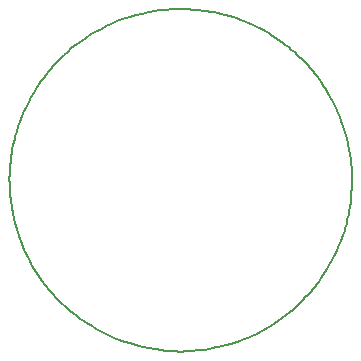
<source format=gbr>
G04 DipTrace 3.2.0.1*
G04 BoardOutline.gbr*
%MOIN*%
G04 #@! TF.FileFunction,Profile*
G04 #@! TF.Part,Single*
%ADD11C,0.005512*%
%FSLAX26Y26*%
G04*
G70*
G90*
G75*
G01*
G04 BoardOutline*
%LPD*%
X393701Y964567D2*
D11*
X394882Y987402D1*
X395669Y1011024D1*
X398031Y1029134D1*
X400000Y1042520D1*
X402362Y1059055D1*
X403543Y1067323D1*
X406693Y1082283D1*
X411024Y1101969D1*
X413386Y1112598D1*
X417323Y1125197D1*
X423228Y1144094D1*
X428346Y1159843D1*
X435433Y1177953D1*
X443701Y1196063D1*
X447638Y1207087D1*
X457480Y1225591D1*
X466535Y1242913D1*
X474016Y1255118D1*
X483465Y1270472D1*
X491732Y1284252D1*
X499213Y1294488D1*
X507480Y1305118D1*
X516535Y1316929D1*
X524803Y1328346D1*
X531496Y1335433D1*
X540551Y1346063D1*
X557087Y1363780D1*
X575197Y1381496D1*
X587402Y1392520D1*
X600000Y1403937D1*
X619291Y1418504D1*
X635039Y1430315D1*
X648819Y1439764D1*
X666929Y1451181D1*
X679921Y1459055D1*
X700787Y1470472D1*
X714567Y1477559D1*
X733465Y1485827D1*
X753543Y1494882D1*
X769685Y1500787D1*
X794882Y1509055D1*
X815748Y1515354D1*
X836220Y1520472D1*
X858268Y1525197D1*
X878346Y1528740D1*
X892126Y1530709D1*
X906299Y1532283D1*
X919685Y1533858D1*
X932283Y1534646D1*
X948031Y1535039D1*
X962598Y1535827D1*
X976378Y1535433D1*
X990157Y1535039D1*
X1006693Y1533858D1*
X1016929Y1533465D1*
X1026378Y1532283D1*
X1039370Y1530315D1*
X1052756Y1528740D1*
X1062992Y1527165D1*
X1074803Y1524803D1*
X1088189Y1521654D1*
X1099213Y1519291D1*
X1111417Y1516535D1*
X1128740Y1511811D1*
X1138976Y1508661D1*
X1152756Y1503937D1*
X1162598Y1500394D1*
X1176378Y1494882D1*
X1189370Y1489370D1*
X1200000Y1484646D1*
X1205512Y1482283D1*
X1213386Y1478346D1*
X1224803Y1472835D1*
X1234646Y1467323D1*
X1245276Y1462205D1*
X1252362Y1458268D1*
X1257480Y1455118D1*
X1265748Y1449606D1*
X1275591Y1442913D1*
X1285827Y1436220D1*
X1296850Y1429528D1*
X1306693Y1422047D1*
X1313780Y1416535D1*
X1318504Y1412205D1*
X1324409Y1407874D1*
X1333858Y1400394D1*
X1344094Y1390945D1*
X1351969Y1383858D1*
X1360236Y1375591D1*
X1369685Y1367323D1*
X1375984Y1361811D1*
X1387402Y1348031D1*
X1396457Y1338189D1*
X1405118Y1328740D1*
X1411811Y1319291D1*
X1418504Y1310630D1*
X1434252Y1290551D1*
X1440551Y1280315D1*
X1447244Y1268898D1*
X1453543Y1258661D1*
X1459449Y1248819D1*
X1463780Y1240945D1*
X1472047Y1226378D1*
X1476378Y1217717D1*
X1483071Y1204724D1*
X1489370Y1189764D1*
X1495276Y1175197D1*
X1500394Y1162598D1*
X1503543Y1152362D1*
X1508661Y1137008D1*
X1513780Y1120866D1*
X1517717Y1105118D1*
X1522441Y1086220D1*
X1526772Y1065354D1*
X1528740Y1052756D1*
X1531102Y1033858D1*
X1532677Y1019685D1*
X1534252Y1004724D1*
X1535039Y988583D1*
X1535433Y970866D1*
Y956299D1*
X1534646Y938976D1*
X1533858Y921654D1*
X1533071Y910236D1*
X1531102Y893701D1*
X1528740Y876378D1*
X1526378Y861417D1*
X1524016Y849606D1*
X1520472Y836614D1*
X1517717Y820472D1*
X1513386Y806299D1*
X1510630Y796457D1*
X1505512Y782283D1*
X1502756Y773622D1*
X1498425Y761811D1*
X1492520Y748425D1*
X1486220Y732283D1*
X1481102Y721260D1*
X1475984Y711811D1*
X1469291Y698819D1*
X1459843Y681102D1*
X1452756Y669291D1*
X1445669Y657874D1*
X1438976Y647638D1*
X1433465Y638976D1*
X1424803Y627165D1*
X1417717Y618110D1*
X1411024Y609449D1*
X1404724Y601181D1*
X1397638Y592913D1*
X1388976Y583071D1*
X1380315Y574016D1*
X1372835Y566142D1*
X1359055Y552362D1*
X1348031Y541732D1*
X1338976Y533858D1*
X1329921Y525591D1*
X1315748Y515354D1*
X1302362Y504724D1*
X1289764Y495669D1*
X1279528Y488976D1*
X1265354Y479921D1*
X1253543Y472047D1*
X1242126Y466142D1*
X1230315Y460236D1*
X1217323Y453543D1*
X1202756Y446063D1*
X1190551Y440551D1*
X1175197Y434646D1*
X1162992Y429134D1*
X1143701Y422835D1*
X1132283Y419685D1*
X1115354Y414567D1*
X1101575Y411417D1*
X1090551Y409055D1*
X1083858Y407480D1*
X1071654Y404724D1*
X1058661Y402362D1*
X1044882Y399606D1*
X1033071Y398819D1*
X1020079Y397244D1*
X1006299Y396063D1*
X991732Y395276D1*
X981102Y394488D1*
X965354Y393701D1*
X942913Y394882D1*
X928346Y395276D1*
X916929Y396063D1*
X899213Y398819D1*
X881102Y400787D1*
X854724Y404724D1*
X824409Y410630D1*
X794094Y421260D1*
X777953Y425591D1*
X759055Y432677D1*
X743701Y438976D1*
X723228Y448031D1*
X710236Y454331D1*
X696457Y461417D1*
X682283Y468898D1*
X664173Y480709D1*
X654331Y486614D1*
X641732Y494488D1*
X630315Y502756D1*
X617717Y512598D1*
X606299Y521260D1*
X594488Y530315D1*
X581102Y542126D1*
X565354Y557087D1*
X549606Y573228D1*
X540157Y584252D1*
X524803Y600394D1*
X503150Y629528D1*
X482677Y659055D1*
X469291Y679921D1*
X457874Y703543D1*
X443701Y733071D1*
X435433Y751969D1*
X425591Y778740D1*
X418504Y801575D1*
X412205Y822835D1*
X404724Y853150D1*
X401575Y874409D1*
X398031Y896457D1*
X395669Y920472D1*
X394882Y935827D1*
X394488Y948031D1*
X394094Y955512D1*
X393701Y965354D1*
Y964567D1*
M02*

</source>
